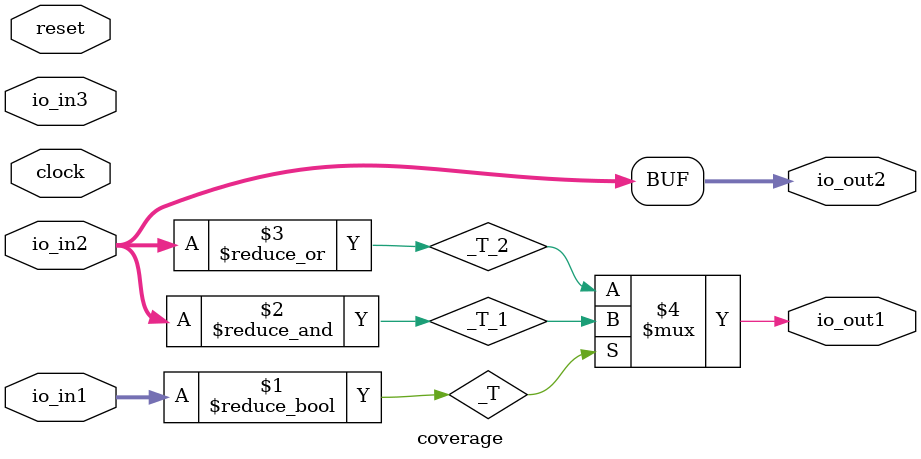
<source format=v>
module coverage(
  input        clock,
  input        reset,
  input  [3:0] io_in1,
  input  [3:0] io_in2,
  input  [1:0] io_in3,
  output       io_out1,
  output [3:0] io_out2
);
  wire  _T = io_in1 != 4'h0;
  wire  _T_1 = &io_in2;
  wire  _T_2 = |io_in2;
  assign io_out1 = _T ? _T_1 : _T_2;
  assign io_out2 = io_in2;
endmodule

</source>
